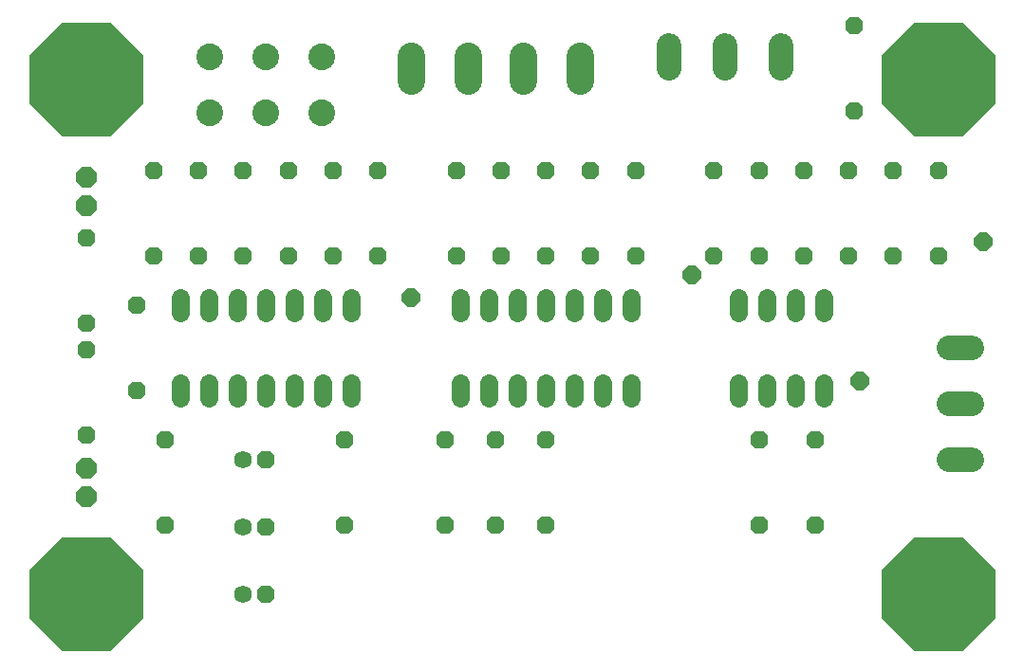
<source format=gbr>
G75*
%MOIN*%
%OFA0B0*%
%FSLAX25Y25*%
%IPPOS*%
%LPD*%
%AMOC8*
5,1,8,0,0,1.08239X$1,22.5*
%
%ADD10OC8,0.06240*%
%ADD11C,0.06240*%
%ADD12C,0.06240*%
%ADD13OC8,0.07400*%
%ADD14C,0.09400*%
%ADD15C,0.08831*%
%ADD16C,0.09640*%
%ADD17OC8,0.40170*%
%ADD18OC8,0.06400*%
D10*
X0087398Y0062003D03*
X0122894Y0061255D03*
X0150390Y0062003D03*
X0122894Y0084877D03*
X0150390Y0092003D03*
X0185823Y0092003D03*
X0203540Y0092003D03*
X0221257Y0092003D03*
X0221257Y0062003D03*
X0203540Y0062003D03*
X0185823Y0062003D03*
X0122894Y0037633D03*
X0087398Y0092003D03*
X0077556Y0109247D03*
X0059839Y0123499D03*
X0059839Y0132869D03*
X0077556Y0139247D03*
X0083461Y0156491D03*
X0099209Y0156491D03*
X0114957Y0156491D03*
X0130705Y0156491D03*
X0146453Y0156491D03*
X0162201Y0156491D03*
X0189760Y0156491D03*
X0205509Y0156491D03*
X0221257Y0156491D03*
X0237005Y0156491D03*
X0252753Y0156491D03*
X0280312Y0156491D03*
X0296060Y0156491D03*
X0311808Y0156491D03*
X0327556Y0156491D03*
X0343304Y0156491D03*
X0359052Y0156491D03*
X0359052Y0186491D03*
X0343304Y0186491D03*
X0327556Y0186491D03*
X0311808Y0186491D03*
X0296060Y0186491D03*
X0280312Y0186491D03*
X0252753Y0186491D03*
X0237005Y0186491D03*
X0221257Y0186491D03*
X0205509Y0186491D03*
X0189760Y0186491D03*
X0162201Y0186491D03*
X0146453Y0186491D03*
X0130705Y0186491D03*
X0114957Y0186491D03*
X0099209Y0186491D03*
X0083461Y0186491D03*
X0059839Y0162869D03*
X0059839Y0093499D03*
X0296060Y0092003D03*
X0315745Y0092003D03*
X0315745Y0062003D03*
X0296060Y0062003D03*
X0329524Y0207672D03*
X0329524Y0237672D03*
D11*
X0114894Y0084877D03*
X0114894Y0061255D03*
X0114894Y0037633D03*
D12*
X0112831Y0106527D02*
X0112831Y0111967D01*
X0102831Y0111967D02*
X0102831Y0106527D01*
X0092831Y0106527D02*
X0092831Y0111967D01*
X0122831Y0111967D02*
X0122831Y0106527D01*
X0132831Y0106527D02*
X0132831Y0111967D01*
X0142831Y0111967D02*
X0142831Y0106527D01*
X0152831Y0106527D02*
X0152831Y0111967D01*
X0152831Y0136527D02*
X0152831Y0141967D01*
X0142831Y0141967D02*
X0142831Y0136527D01*
X0132831Y0136527D02*
X0132831Y0141967D01*
X0122831Y0141967D02*
X0122831Y0136527D01*
X0112831Y0136527D02*
X0112831Y0141967D01*
X0102831Y0141967D02*
X0102831Y0136527D01*
X0092831Y0136527D02*
X0092831Y0141967D01*
X0191257Y0141967D02*
X0191257Y0136527D01*
X0201257Y0136527D02*
X0201257Y0141967D01*
X0211257Y0141967D02*
X0211257Y0136527D01*
X0221257Y0136527D02*
X0221257Y0141967D01*
X0231257Y0141967D02*
X0231257Y0136527D01*
X0241257Y0136527D02*
X0241257Y0141967D01*
X0251257Y0141967D02*
X0251257Y0136527D01*
X0251257Y0111967D02*
X0251257Y0106527D01*
X0241257Y0106527D02*
X0241257Y0111967D01*
X0231257Y0111967D02*
X0231257Y0106527D01*
X0221257Y0106527D02*
X0221257Y0111967D01*
X0211257Y0111967D02*
X0211257Y0106527D01*
X0201257Y0106527D02*
X0201257Y0111967D01*
X0191257Y0111967D02*
X0191257Y0106527D01*
X0288934Y0106527D02*
X0288934Y0111967D01*
X0298934Y0111967D02*
X0298934Y0106527D01*
X0308934Y0106527D02*
X0308934Y0111967D01*
X0318934Y0111967D02*
X0318934Y0106527D01*
X0318934Y0136527D02*
X0318934Y0141967D01*
X0308934Y0141967D02*
X0308934Y0136527D01*
X0298934Y0136527D02*
X0298934Y0141967D01*
X0288934Y0141967D02*
X0288934Y0136527D01*
D13*
X0059839Y0174365D03*
X0059839Y0184365D03*
X0059839Y0082003D03*
X0059839Y0072003D03*
D14*
X0103146Y0206924D03*
X0122831Y0206924D03*
X0142516Y0206924D03*
X0142516Y0226609D03*
X0122831Y0226609D03*
X0103146Y0226609D03*
D15*
X0264564Y0230625D02*
X0264564Y0222594D01*
X0284249Y0222594D02*
X0284249Y0230625D01*
X0303934Y0230625D02*
X0303934Y0222594D01*
X0362910Y0124247D02*
X0370942Y0124247D01*
X0370942Y0104562D02*
X0362910Y0104562D01*
X0362910Y0084877D02*
X0370942Y0084877D01*
D16*
X0233140Y0218252D02*
X0233140Y0227092D01*
X0213340Y0227092D02*
X0213340Y0218252D01*
X0193740Y0218252D02*
X0193740Y0227092D01*
X0173940Y0227092D02*
X0173940Y0218252D01*
D17*
X0059839Y0037633D03*
X0059839Y0218735D03*
X0359052Y0218735D03*
X0359052Y0037633D03*
D18*
X0331493Y0112436D03*
X0272438Y0149838D03*
X0174012Y0141964D03*
X0374800Y0161649D03*
M02*

</source>
